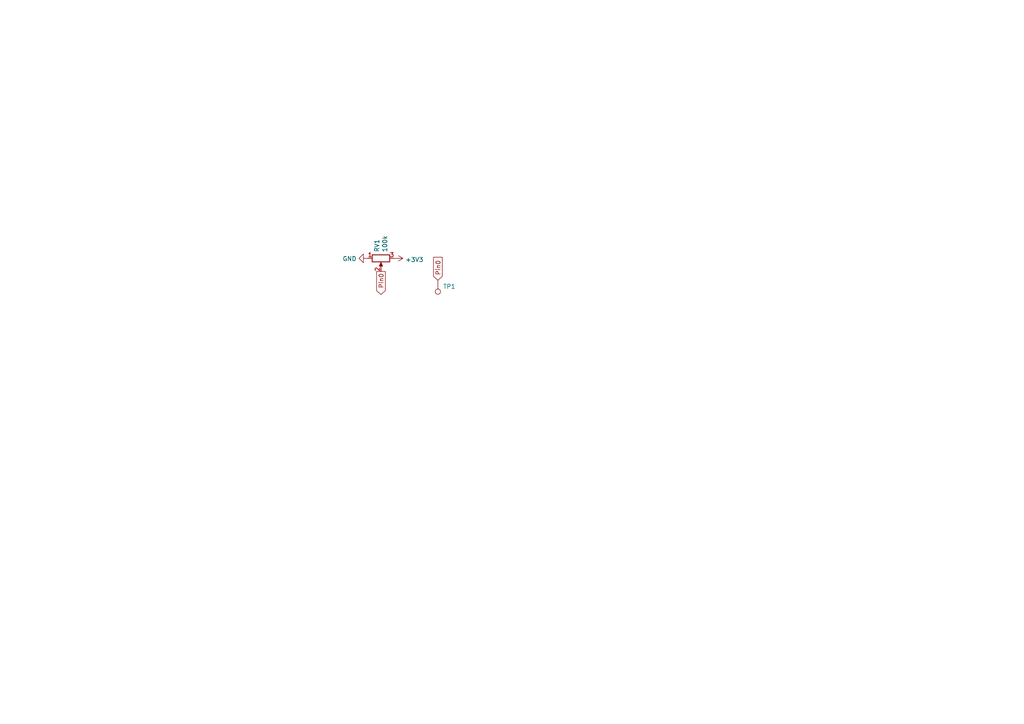
<source format=kicad_sch>
(kicad_sch (version 20211123) (generator eeschema)
  (paper "A4")
  (lib_symbols
    (symbol "Connector:TestPoint" (pin_numbers hide) (pin_names (offset 0.762) hide)
      (property "Reference" "TP" (at 0 6.858 0))
      (property "Value" "TestPoint" (at 0 5.08 0))
      (symbol "TestPoint_0_1"
        (circle (center 0 3.302) (radius 0.762))
      )
      (symbol "TestPoint_1_1"
        (pin passive line (at 0 0 90) (length 2.54) (name "1") (number "1"))
      )
    )
    (symbol "Device:R_Potentiometer" (pin_names (offset 1.016) hide)
      (property "Reference" "RV" (at -4.445 0 90))
      (property "Value" "R_Potentiometer" (at -2.54 0 90))
      (symbol "R_Potentiometer_0_1"
        (polyline (pts (xy 2.54 0) (xy 1.524 0)))
        (polyline (pts (xy 1.143 0) (xy 2.286 0.508) (xy 2.286 -0.508) (xy 1.143 0)) (fill (type outline)))
        (rectangle (start 1.016 2.54) (end -1.016 -2.54) (stroke (width 0.254)))
      )
      (symbol "R_Potentiometer_1_1"
        (pin passive line (at 0 3.81 270) (length 1.27) (name "1") (number "1"))
        (pin passive line (at 3.81 0 180) (length 1.27) (name "2") (number "2"))
        (pin passive line (at 0 -3.81 90) (length 1.27) (name "3") (number "3"))
      )
    )
    (symbol "power:+3V3" (power) (pin_names (offset 0))
      (property "Value" "+3V3" (at 0 3.556 0))
      (symbol "+3V3_0_1"
        (polyline (pts (xy -0.762 1.27) (xy 0 2.54)))
        (polyline (pts (xy 0 0) (xy 0 2.54)))
        (polyline (pts (xy 0 2.54) (xy 0.762 1.27)))
      )
      (symbol "+3V3_1_1"
        (pin power_in line (at 0 0 90) (length 0) hide (name "+3V3") (number "1"))
      )
    )
    (symbol "power:GND" (power) (pin_names (offset 0))
      (property "Value" "GND" (at 0 -3.81 0))
      (symbol "GND_0_1"
        (polyline (pts (xy 0 0) (xy 0 -1.27) (xy 1.27 -1.27) (xy 0 -2.54) (xy -1.27 -1.27) (xy 0 -1.27)))
      )
      (symbol "GND_1_1"
        (pin power_in line (at 0 0 270) (length 0) hide (name "GND") (number "1"))
      )
    )
  )
  (global_label "Pin0" (shape input) (at 127 81.28 90) (property "Intersheet References" "${INTERSHEET_REFS}" (effects hide)))
  (global_label "Pin0" (shape output) (at 110.49 78.74 270) (property "Intersheet References" "${INTERSHEET_REFS}" (effects hide)))
  (symbol (lib_id "Device:R_Potentiometer") (at 110.49 74.93 90) (mirror x) (unit 1)
    (property "Reference" "RV1" (at 109.3216 73.152 0) (effects (justify right)))
    (property "Value" "100k" (at 111.633 73.152 0) (effects (justify right)))
    (property "Footprint" "Potentiometer_Thonk:AlphaPot9ShaftD" (effects hide))
    (property "Device" "Potentiometer" (effects hide))
    (property "Description" "ALPHA 9MM POTS – VERTICAL D-SHAFT" (effects hide))
    (property "Place" "No" (effects hide))
    (property "Dist" "Thonk" (effects hide))
    (property "DistPartNumber" "RD901F-B100K" (effects hide))
    (property "DistLink" "https://www.thonk.co.uk/shop/alpha-9mm-pots-dshaft/" (effects hide))
  )
  (symbol (lib_id "power:GND") (at 106.68 74.93 270) (unit 1)
    (property "Reference" "#PWR0101" (effects hide))
    (property "Value" "GND" (at 103.4288 75.057 90) (effects (justify right)))
  )
  (symbol (lib_id "power:+3V3") (at 114.3 74.93 270) (unit 1)
    (property "Reference" "#PWR0102" (effects hide))
    (property "Value" "+3V3" (at 117.5512 75.311 90) (effects (justify left)))
  )
  (symbol (lib_id "Connector:TestPoint") (at 127 81.28 180) (unit 1) (in_bom no)
    (property "Reference" "TP1" (at 128.4732 83.1088 0) (effects (justify right)))
    (property "Value" "TestPoint" (effects hide))
    (property "Footprint" "TestPoint:TestPoint_Pad_D1.5mm" (effects hide))
  )
)
</source>
